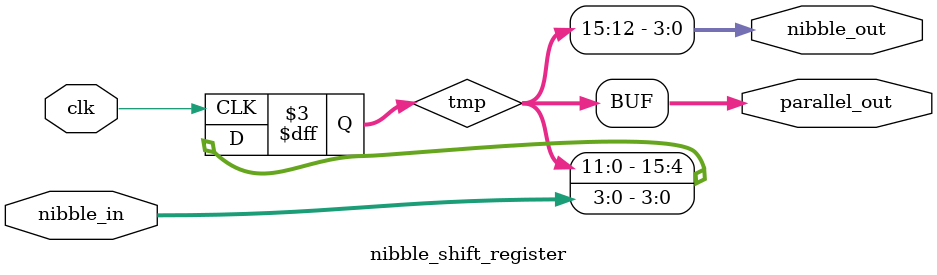
<source format=v>
module nibble_shift_register #(parameter  N = 0)(input clk, input [3:0]nibble_in, output wire [15:0] parallel_out, output wire [3:0] nibble_out);
	reg [15:0] tmp = N;
		always @(posedge clk) begin
			tmp <= {tmp[11:0], nibble_in};
		end
		assign parallel_out = tmp[15:0];
		assign nibble_out = tmp[15:12];
endmodule 
</source>
